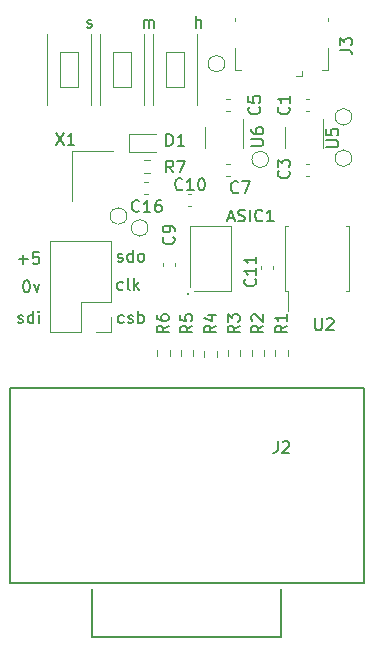
<source format=gbr>
G04 #@! TF.GenerationSoftware,KiCad,Pcbnew,5.1.10-88a1d61d58~88~ubuntu20.04.1*
G04 #@! TF.CreationDate,2021-09-24T12:37:35+02:00*
G04 #@! TF.ProjectId,carrier,63617272-6965-4722-9e6b-696361645f70,0.1*
G04 #@! TF.SameCoordinates,Original*
G04 #@! TF.FileFunction,Legend,Top*
G04 #@! TF.FilePolarity,Positive*
%FSLAX46Y46*%
G04 Gerber Fmt 4.6, Leading zero omitted, Abs format (unit mm)*
G04 Created by KiCad (PCBNEW 5.1.10-88a1d61d58~88~ubuntu20.04.1) date 2021-09-24 12:37:35*
%MOMM*%
%LPD*%
G01*
G04 APERTURE LIST*
%ADD10C,0.150000*%
%ADD11C,0.120000*%
G04 APERTURE END LIST*
D10*
X44360952Y-86404761D02*
X44265714Y-86452380D01*
X44075238Y-86452380D01*
X43980000Y-86404761D01*
X43932380Y-86357142D01*
X43884761Y-86261904D01*
X43884761Y-85976190D01*
X43932380Y-85880952D01*
X43980000Y-85833333D01*
X44075238Y-85785714D01*
X44265714Y-85785714D01*
X44360952Y-85833333D01*
X44741904Y-86404761D02*
X44837142Y-86452380D01*
X45027619Y-86452380D01*
X45122857Y-86404761D01*
X45170476Y-86309523D01*
X45170476Y-86261904D01*
X45122857Y-86166666D01*
X45027619Y-86119047D01*
X44884761Y-86119047D01*
X44789523Y-86071428D01*
X44741904Y-85976190D01*
X44741904Y-85928571D01*
X44789523Y-85833333D01*
X44884761Y-85785714D01*
X45027619Y-85785714D01*
X45122857Y-85833333D01*
X45599047Y-86452380D02*
X45599047Y-85452380D01*
X45599047Y-85833333D02*
X45694285Y-85785714D01*
X45884761Y-85785714D01*
X45980000Y-85833333D01*
X46027619Y-85880952D01*
X46075238Y-85976190D01*
X46075238Y-86261904D01*
X46027619Y-86357142D01*
X45980000Y-86404761D01*
X45884761Y-86452380D01*
X45694285Y-86452380D01*
X45599047Y-86404761D01*
X44301428Y-83604761D02*
X44206190Y-83652380D01*
X44015714Y-83652380D01*
X43920476Y-83604761D01*
X43872857Y-83557142D01*
X43825238Y-83461904D01*
X43825238Y-83176190D01*
X43872857Y-83080952D01*
X43920476Y-83033333D01*
X44015714Y-82985714D01*
X44206190Y-82985714D01*
X44301428Y-83033333D01*
X44872857Y-83652380D02*
X44777619Y-83604761D01*
X44730000Y-83509523D01*
X44730000Y-82652380D01*
X45253809Y-83652380D02*
X45253809Y-82652380D01*
X45349047Y-83271428D02*
X45634761Y-83652380D01*
X45634761Y-82985714D02*
X45253809Y-83366666D01*
X43860952Y-81204761D02*
X43956190Y-81252380D01*
X44146666Y-81252380D01*
X44241904Y-81204761D01*
X44289523Y-81109523D01*
X44289523Y-81061904D01*
X44241904Y-80966666D01*
X44146666Y-80919047D01*
X44003809Y-80919047D01*
X43908571Y-80871428D01*
X43860952Y-80776190D01*
X43860952Y-80728571D01*
X43908571Y-80633333D01*
X44003809Y-80585714D01*
X44146666Y-80585714D01*
X44241904Y-80633333D01*
X45146666Y-81252380D02*
X45146666Y-80252380D01*
X45146666Y-81204761D02*
X45051428Y-81252380D01*
X44860952Y-81252380D01*
X44765714Y-81204761D01*
X44718095Y-81157142D01*
X44670476Y-81061904D01*
X44670476Y-80776190D01*
X44718095Y-80680952D01*
X44765714Y-80633333D01*
X44860952Y-80585714D01*
X45051428Y-80585714D01*
X45146666Y-80633333D01*
X45765714Y-81252380D02*
X45670476Y-81204761D01*
X45622857Y-81157142D01*
X45575238Y-81061904D01*
X45575238Y-80776190D01*
X45622857Y-80680952D01*
X45670476Y-80633333D01*
X45765714Y-80585714D01*
X45908571Y-80585714D01*
X46003809Y-80633333D01*
X46051428Y-80680952D01*
X46099047Y-80776190D01*
X46099047Y-81061904D01*
X46051428Y-81157142D01*
X46003809Y-81204761D01*
X45908571Y-81252380D01*
X45765714Y-81252380D01*
X35425238Y-86404761D02*
X35520476Y-86452380D01*
X35710952Y-86452380D01*
X35806190Y-86404761D01*
X35853809Y-86309523D01*
X35853809Y-86261904D01*
X35806190Y-86166666D01*
X35710952Y-86119047D01*
X35568095Y-86119047D01*
X35472857Y-86071428D01*
X35425238Y-85976190D01*
X35425238Y-85928571D01*
X35472857Y-85833333D01*
X35568095Y-85785714D01*
X35710952Y-85785714D01*
X35806190Y-85833333D01*
X36710952Y-86452380D02*
X36710952Y-85452380D01*
X36710952Y-86404761D02*
X36615714Y-86452380D01*
X36425238Y-86452380D01*
X36330000Y-86404761D01*
X36282380Y-86357142D01*
X36234761Y-86261904D01*
X36234761Y-85976190D01*
X36282380Y-85880952D01*
X36330000Y-85833333D01*
X36425238Y-85785714D01*
X36615714Y-85785714D01*
X36710952Y-85833333D01*
X37187142Y-86452380D02*
X37187142Y-85785714D01*
X37187142Y-85452380D02*
X37139523Y-85500000D01*
X37187142Y-85547619D01*
X37234761Y-85500000D01*
X37187142Y-85452380D01*
X37187142Y-85547619D01*
X36101428Y-82852380D02*
X36196666Y-82852380D01*
X36291904Y-82900000D01*
X36339523Y-82947619D01*
X36387142Y-83042857D01*
X36434761Y-83233333D01*
X36434761Y-83471428D01*
X36387142Y-83661904D01*
X36339523Y-83757142D01*
X36291904Y-83804761D01*
X36196666Y-83852380D01*
X36101428Y-83852380D01*
X36006190Y-83804761D01*
X35958571Y-83757142D01*
X35910952Y-83661904D01*
X35863333Y-83471428D01*
X35863333Y-83233333D01*
X35910952Y-83042857D01*
X35958571Y-82947619D01*
X36006190Y-82900000D01*
X36101428Y-82852380D01*
X36768095Y-83185714D02*
X37006190Y-83852380D01*
X37244285Y-83185714D01*
X35472857Y-81071428D02*
X36234761Y-81071428D01*
X35853809Y-81452380D02*
X35853809Y-80690476D01*
X37187142Y-80452380D02*
X36710952Y-80452380D01*
X36663333Y-80928571D01*
X36710952Y-80880952D01*
X36806190Y-80833333D01*
X37044285Y-80833333D01*
X37139523Y-80880952D01*
X37187142Y-80928571D01*
X37234761Y-81023809D01*
X37234761Y-81261904D01*
X37187142Y-81357142D01*
X37139523Y-81404761D01*
X37044285Y-81452380D01*
X36806190Y-81452380D01*
X36710952Y-81404761D01*
X36663333Y-81357142D01*
X41265714Y-61404761D02*
X41360952Y-61452380D01*
X41551428Y-61452380D01*
X41646666Y-61404761D01*
X41694285Y-61309523D01*
X41694285Y-61261904D01*
X41646666Y-61166666D01*
X41551428Y-61119047D01*
X41408571Y-61119047D01*
X41313333Y-61071428D01*
X41265714Y-60976190D01*
X41265714Y-60928571D01*
X41313333Y-60833333D01*
X41408571Y-60785714D01*
X41551428Y-60785714D01*
X41646666Y-60833333D01*
X46051428Y-61452380D02*
X46051428Y-60785714D01*
X46051428Y-60880952D02*
X46099047Y-60833333D01*
X46194285Y-60785714D01*
X46337142Y-60785714D01*
X46432380Y-60833333D01*
X46480000Y-60928571D01*
X46480000Y-61452380D01*
X46480000Y-60928571D02*
X46527619Y-60833333D01*
X46622857Y-60785714D01*
X46765714Y-60785714D01*
X46860952Y-60833333D01*
X46908571Y-60928571D01*
X46908571Y-61452380D01*
X50515714Y-61452380D02*
X50515714Y-60452380D01*
X50944285Y-61452380D02*
X50944285Y-60928571D01*
X50896666Y-60833333D01*
X50801428Y-60785714D01*
X50658571Y-60785714D01*
X50563333Y-60833333D01*
X50515714Y-60880952D01*
D11*
G04 #@! TO.C,C9*
X48740000Y-81359420D02*
X48740000Y-81640580D01*
X47720000Y-81359420D02*
X47720000Y-81640580D01*
G04 #@! TO.C,C11*
X56028000Y-81918580D02*
X56028000Y-81637420D01*
X57048000Y-81918580D02*
X57048000Y-81637420D01*
G04 #@! TO.C,ASIC1*
X50330000Y-83750000D02*
X53480000Y-83750000D01*
X53480000Y-83750000D02*
X53480000Y-78250000D01*
X53480000Y-78250000D02*
X49980000Y-78250000D01*
X49980000Y-78250000D02*
X49980000Y-83400000D01*
X49730000Y-84000000D02*
X49830000Y-84000000D01*
X49830000Y-84000000D02*
X49830000Y-83900000D01*
X49830000Y-83900000D02*
X49730000Y-83900000D01*
X49730000Y-83900000D02*
X49730000Y-84000000D01*
G04 #@! TO.C,J1*
X43340000Y-87250000D02*
X42010000Y-87250000D01*
X43340000Y-85920000D02*
X43340000Y-87250000D01*
X40740000Y-87250000D02*
X38140000Y-87250000D01*
X40740000Y-84650000D02*
X40740000Y-87250000D01*
X43340000Y-84650000D02*
X40740000Y-84650000D01*
X38140000Y-87250000D02*
X38140000Y-79510000D01*
X43340000Y-84650000D02*
X43340000Y-79510000D01*
X43340000Y-79510000D02*
X38140000Y-79510000D01*
D10*
G04 #@! TO.C,J2*
X57730000Y-113000000D02*
X57730000Y-109000000D01*
X41730000Y-113000000D02*
X57730000Y-113000000D01*
X41730000Y-109000000D02*
X41730000Y-113000000D01*
X34730000Y-108430000D02*
X49730000Y-108430000D01*
X34730000Y-91920000D02*
X34730000Y-108430000D01*
X64730000Y-91920000D02*
X34730000Y-91920000D01*
X64730000Y-108430000D02*
X64730000Y-91920000D01*
X49730000Y-108430000D02*
X64730000Y-108430000D01*
D11*
G04 #@! TO.C,U2*
X58265000Y-83725000D02*
X58265000Y-85400000D01*
X58005000Y-83725000D02*
X58265000Y-83725000D01*
X58005000Y-81000000D02*
X58005000Y-83725000D01*
X58005000Y-78275000D02*
X58265000Y-78275000D01*
X58005000Y-81000000D02*
X58005000Y-78275000D01*
X63455000Y-83725000D02*
X63195000Y-83725000D01*
X63455000Y-81000000D02*
X63455000Y-83725000D01*
X63455000Y-78275000D02*
X63195000Y-78275000D01*
X63455000Y-81000000D02*
X63455000Y-78275000D01*
G04 #@! TO.C,U6*
X54490000Y-71650000D02*
X54490000Y-69200000D01*
X51270000Y-69850000D02*
X51270000Y-71650000D01*
G04 #@! TO.C,U5*
X61240000Y-71650000D02*
X61240000Y-69200000D01*
X58020000Y-69850000D02*
X58020000Y-71650000D01*
G04 #@! TO.C,C7*
X53342779Y-72990000D02*
X53017221Y-72990000D01*
X53342779Y-74010000D02*
X53017221Y-74010000D01*
G04 #@! TO.C,C5*
X53342779Y-67490000D02*
X53017221Y-67490000D01*
X53342779Y-68510000D02*
X53017221Y-68510000D01*
G04 #@! TO.C,C3*
X60092779Y-72990000D02*
X59767221Y-72990000D01*
X60092779Y-74010000D02*
X59767221Y-74010000D01*
G04 #@! TO.C,C1*
X60092779Y-67490000D02*
X59767221Y-67490000D01*
X60092779Y-68510000D02*
X59767221Y-68510000D01*
G04 #@! TO.C,C10*
X50095580Y-75490000D02*
X49814420Y-75490000D01*
X50095580Y-76510000D02*
X49814420Y-76510000D01*
G04 #@! TO.C,C16*
X46114420Y-75510000D02*
X46395580Y-75510000D01*
X46114420Y-74490000D02*
X46395580Y-74490000D01*
G04 #@! TO.C,R1*
X57207500Y-89237258D02*
X57207500Y-88762742D01*
X58252500Y-89237258D02*
X58252500Y-88762742D01*
G04 #@! TO.C,R2*
X56252500Y-89237258D02*
X56252500Y-88762742D01*
X55207500Y-89237258D02*
X55207500Y-88762742D01*
G04 #@! TO.C,R3*
X53207500Y-89237258D02*
X53207500Y-88762742D01*
X54252500Y-89237258D02*
X54252500Y-88762742D01*
G04 #@! TO.C,R4*
X52252500Y-89292259D02*
X52252500Y-88817743D01*
X51207500Y-89292259D02*
X51207500Y-88817743D01*
G04 #@! TO.C,R5*
X49207500Y-89237258D02*
X49207500Y-88762742D01*
X50252500Y-89237258D02*
X50252500Y-88762742D01*
G04 #@! TO.C,R6*
X48252500Y-89237258D02*
X48252500Y-88762742D01*
X47207500Y-89237258D02*
X47207500Y-88762742D01*
G04 #@! TO.C,J3*
X61630000Y-65000000D02*
X61180000Y-65000000D01*
X61630000Y-63150000D02*
X61630000Y-65000000D01*
X53830000Y-60600000D02*
X53830000Y-60850000D01*
X61630000Y-60600000D02*
X61630000Y-60850000D01*
X53830000Y-63150000D02*
X53830000Y-65000000D01*
X53830000Y-65000000D02*
X54280000Y-65000000D01*
X59430000Y-65550000D02*
X58980000Y-65550000D01*
X59430000Y-65550000D02*
X59430000Y-65100000D01*
G04 #@! TO.C,D1*
X47130000Y-70465000D02*
X44845000Y-70465000D01*
X44845000Y-70465000D02*
X44845000Y-71935000D01*
X44845000Y-71935000D02*
X47130000Y-71935000D01*
G04 #@! TO.C,R7*
X46092742Y-72677500D02*
X46567258Y-72677500D01*
X46092742Y-73722500D02*
X46567258Y-73722500D01*
G04 #@! TO.C,SW1*
X50580000Y-62000000D02*
X50580000Y-68000000D01*
X46880000Y-62000000D02*
X46880000Y-68000000D01*
X49480000Y-63500000D02*
X49480000Y-66500000D01*
X49480000Y-66500000D02*
X47980000Y-66500000D01*
X47980000Y-66500000D02*
X47980000Y-63500000D01*
X47980000Y-63500000D02*
X49480000Y-63500000D01*
G04 #@! TO.C,SW2*
X43480000Y-63500000D02*
X44980000Y-63500000D01*
X43480000Y-66500000D02*
X43480000Y-63500000D01*
X44980000Y-66500000D02*
X43480000Y-66500000D01*
X44980000Y-63500000D02*
X44980000Y-66500000D01*
X42380000Y-62000000D02*
X42380000Y-68000000D01*
X46080000Y-62000000D02*
X46080000Y-68000000D01*
G04 #@! TO.C,SW3*
X41580000Y-62000000D02*
X41580000Y-68000000D01*
X37880000Y-62000000D02*
X37880000Y-68000000D01*
X40480000Y-63500000D02*
X40480000Y-66500000D01*
X40480000Y-66500000D02*
X38980000Y-66500000D01*
X38980000Y-66500000D02*
X38980000Y-63500000D01*
X38980000Y-63500000D02*
X40480000Y-63500000D01*
G04 #@! TO.C,X1*
X43480000Y-71900000D02*
X39980000Y-71900000D01*
X39980000Y-71900000D02*
X39980000Y-76100000D01*
G04 #@! TO.C,TP1*
X46430000Y-78400000D02*
G75*
G03*
X46430000Y-78400000I-700000J0D01*
G01*
G04 #@! TO.C,TP6*
X44630000Y-77400000D02*
G75*
G03*
X44630000Y-77400000I-700000J0D01*
G01*
G04 #@! TO.C,TP9*
X63680000Y-72500000D02*
G75*
G03*
X63680000Y-72500000I-700000J0D01*
G01*
G04 #@! TO.C,TP10*
X63680000Y-69000000D02*
G75*
G03*
X63680000Y-69000000I-700000J0D01*
G01*
G04 #@! TO.C,TP11*
X56630000Y-72600000D02*
G75*
G03*
X56630000Y-72600000I-700000J0D01*
G01*
G04 #@! TO.C,TP12*
X52930000Y-64500000D02*
G75*
G03*
X52930000Y-64500000I-700000J0D01*
G01*
G04 #@! TO.C,C9*
D10*
X48587142Y-79166666D02*
X48634761Y-79214285D01*
X48682380Y-79357142D01*
X48682380Y-79452380D01*
X48634761Y-79595238D01*
X48539523Y-79690476D01*
X48444285Y-79738095D01*
X48253809Y-79785714D01*
X48110952Y-79785714D01*
X47920476Y-79738095D01*
X47825238Y-79690476D01*
X47730000Y-79595238D01*
X47682380Y-79452380D01*
X47682380Y-79357142D01*
X47730000Y-79214285D01*
X47777619Y-79166666D01*
X48682380Y-78690476D02*
X48682380Y-78500000D01*
X48634761Y-78404761D01*
X48587142Y-78357142D01*
X48444285Y-78261904D01*
X48253809Y-78214285D01*
X47872857Y-78214285D01*
X47777619Y-78261904D01*
X47730000Y-78309523D01*
X47682380Y-78404761D01*
X47682380Y-78595238D01*
X47730000Y-78690476D01*
X47777619Y-78738095D01*
X47872857Y-78785714D01*
X48110952Y-78785714D01*
X48206190Y-78738095D01*
X48253809Y-78690476D01*
X48301428Y-78595238D01*
X48301428Y-78404761D01*
X48253809Y-78309523D01*
X48206190Y-78261904D01*
X48110952Y-78214285D01*
G04 #@! TO.C,C11*
X55487142Y-82742857D02*
X55534761Y-82790476D01*
X55582380Y-82933333D01*
X55582380Y-83028571D01*
X55534761Y-83171428D01*
X55439523Y-83266666D01*
X55344285Y-83314285D01*
X55153809Y-83361904D01*
X55010952Y-83361904D01*
X54820476Y-83314285D01*
X54725238Y-83266666D01*
X54630000Y-83171428D01*
X54582380Y-83028571D01*
X54582380Y-82933333D01*
X54630000Y-82790476D01*
X54677619Y-82742857D01*
X55582380Y-81790476D02*
X55582380Y-82361904D01*
X55582380Y-82076190D02*
X54582380Y-82076190D01*
X54725238Y-82171428D01*
X54820476Y-82266666D01*
X54868095Y-82361904D01*
X55582380Y-80838095D02*
X55582380Y-81409523D01*
X55582380Y-81123809D02*
X54582380Y-81123809D01*
X54725238Y-81219047D01*
X54820476Y-81314285D01*
X54868095Y-81409523D01*
G04 #@! TO.C,ASIC1*
X53201428Y-77566666D02*
X53677619Y-77566666D01*
X53106190Y-77852380D02*
X53439523Y-76852380D01*
X53772857Y-77852380D01*
X54058571Y-77804761D02*
X54201428Y-77852380D01*
X54439523Y-77852380D01*
X54534761Y-77804761D01*
X54582380Y-77757142D01*
X54630000Y-77661904D01*
X54630000Y-77566666D01*
X54582380Y-77471428D01*
X54534761Y-77423809D01*
X54439523Y-77376190D01*
X54249047Y-77328571D01*
X54153809Y-77280952D01*
X54106190Y-77233333D01*
X54058571Y-77138095D01*
X54058571Y-77042857D01*
X54106190Y-76947619D01*
X54153809Y-76900000D01*
X54249047Y-76852380D01*
X54487142Y-76852380D01*
X54630000Y-76900000D01*
X55058571Y-77852380D02*
X55058571Y-76852380D01*
X56106190Y-77757142D02*
X56058571Y-77804761D01*
X55915714Y-77852380D01*
X55820476Y-77852380D01*
X55677619Y-77804761D01*
X55582380Y-77709523D01*
X55534761Y-77614285D01*
X55487142Y-77423809D01*
X55487142Y-77280952D01*
X55534761Y-77090476D01*
X55582380Y-76995238D01*
X55677619Y-76900000D01*
X55820476Y-76852380D01*
X55915714Y-76852380D01*
X56058571Y-76900000D01*
X56106190Y-76947619D01*
X57058571Y-77852380D02*
X56487142Y-77852380D01*
X56772857Y-77852380D02*
X56772857Y-76852380D01*
X56677619Y-76995238D01*
X56582380Y-77090476D01*
X56487142Y-77138095D01*
G04 #@! TO.C,J2*
X57396666Y-96452380D02*
X57396666Y-97166666D01*
X57349047Y-97309523D01*
X57253809Y-97404761D01*
X57110952Y-97452380D01*
X57015714Y-97452380D01*
X57825238Y-96547619D02*
X57872857Y-96500000D01*
X57968095Y-96452380D01*
X58206190Y-96452380D01*
X58301428Y-96500000D01*
X58349047Y-96547619D01*
X58396666Y-96642857D01*
X58396666Y-96738095D01*
X58349047Y-96880952D01*
X57777619Y-97452380D01*
X58396666Y-97452380D01*
G04 #@! TO.C,U2*
X60568095Y-86052380D02*
X60568095Y-86861904D01*
X60615714Y-86957142D01*
X60663333Y-87004761D01*
X60758571Y-87052380D01*
X60949047Y-87052380D01*
X61044285Y-87004761D01*
X61091904Y-86957142D01*
X61139523Y-86861904D01*
X61139523Y-86052380D01*
X61568095Y-86147619D02*
X61615714Y-86100000D01*
X61710952Y-86052380D01*
X61949047Y-86052380D01*
X62044285Y-86100000D01*
X62091904Y-86147619D01*
X62139523Y-86242857D01*
X62139523Y-86338095D01*
X62091904Y-86480952D01*
X61520476Y-87052380D01*
X62139523Y-87052380D01*
G04 #@! TO.C,U6*
X55182380Y-71461904D02*
X55991904Y-71461904D01*
X56087142Y-71414285D01*
X56134761Y-71366666D01*
X56182380Y-71271428D01*
X56182380Y-71080952D01*
X56134761Y-70985714D01*
X56087142Y-70938095D01*
X55991904Y-70890476D01*
X55182380Y-70890476D01*
X55182380Y-69985714D02*
X55182380Y-70176190D01*
X55230000Y-70271428D01*
X55277619Y-70319047D01*
X55420476Y-70414285D01*
X55610952Y-70461904D01*
X55991904Y-70461904D01*
X56087142Y-70414285D01*
X56134761Y-70366666D01*
X56182380Y-70271428D01*
X56182380Y-70080952D01*
X56134761Y-69985714D01*
X56087142Y-69938095D01*
X55991904Y-69890476D01*
X55753809Y-69890476D01*
X55658571Y-69938095D01*
X55610952Y-69985714D01*
X55563333Y-70080952D01*
X55563333Y-70271428D01*
X55610952Y-70366666D01*
X55658571Y-70414285D01*
X55753809Y-70461904D01*
G04 #@! TO.C,U5*
X61532380Y-71561904D02*
X62341904Y-71561904D01*
X62437142Y-71514285D01*
X62484761Y-71466666D01*
X62532380Y-71371428D01*
X62532380Y-71180952D01*
X62484761Y-71085714D01*
X62437142Y-71038095D01*
X62341904Y-70990476D01*
X61532380Y-70990476D01*
X61532380Y-70038095D02*
X61532380Y-70514285D01*
X62008571Y-70561904D01*
X61960952Y-70514285D01*
X61913333Y-70419047D01*
X61913333Y-70180952D01*
X61960952Y-70085714D01*
X62008571Y-70038095D01*
X62103809Y-69990476D01*
X62341904Y-69990476D01*
X62437142Y-70038095D01*
X62484761Y-70085714D01*
X62532380Y-70180952D01*
X62532380Y-70419047D01*
X62484761Y-70514285D01*
X62437142Y-70561904D01*
G04 #@! TO.C,C7*
X54063333Y-75357142D02*
X54015714Y-75404761D01*
X53872857Y-75452380D01*
X53777619Y-75452380D01*
X53634761Y-75404761D01*
X53539523Y-75309523D01*
X53491904Y-75214285D01*
X53444285Y-75023809D01*
X53444285Y-74880952D01*
X53491904Y-74690476D01*
X53539523Y-74595238D01*
X53634761Y-74500000D01*
X53777619Y-74452380D01*
X53872857Y-74452380D01*
X54015714Y-74500000D01*
X54063333Y-74547619D01*
X54396666Y-74452380D02*
X55063333Y-74452380D01*
X54634761Y-75452380D01*
G04 #@! TO.C,C5*
X55837142Y-68166666D02*
X55884761Y-68214285D01*
X55932380Y-68357142D01*
X55932380Y-68452380D01*
X55884761Y-68595238D01*
X55789523Y-68690476D01*
X55694285Y-68738095D01*
X55503809Y-68785714D01*
X55360952Y-68785714D01*
X55170476Y-68738095D01*
X55075238Y-68690476D01*
X54980000Y-68595238D01*
X54932380Y-68452380D01*
X54932380Y-68357142D01*
X54980000Y-68214285D01*
X55027619Y-68166666D01*
X54932380Y-67261904D02*
X54932380Y-67738095D01*
X55408571Y-67785714D01*
X55360952Y-67738095D01*
X55313333Y-67642857D01*
X55313333Y-67404761D01*
X55360952Y-67309523D01*
X55408571Y-67261904D01*
X55503809Y-67214285D01*
X55741904Y-67214285D01*
X55837142Y-67261904D01*
X55884761Y-67309523D01*
X55932380Y-67404761D01*
X55932380Y-67642857D01*
X55884761Y-67738095D01*
X55837142Y-67785714D01*
G04 #@! TO.C,C3*
X58337142Y-73566666D02*
X58384761Y-73614285D01*
X58432380Y-73757142D01*
X58432380Y-73852380D01*
X58384761Y-73995238D01*
X58289523Y-74090476D01*
X58194285Y-74138095D01*
X58003809Y-74185714D01*
X57860952Y-74185714D01*
X57670476Y-74138095D01*
X57575238Y-74090476D01*
X57480000Y-73995238D01*
X57432380Y-73852380D01*
X57432380Y-73757142D01*
X57480000Y-73614285D01*
X57527619Y-73566666D01*
X57432380Y-73233333D02*
X57432380Y-72614285D01*
X57813333Y-72947619D01*
X57813333Y-72804761D01*
X57860952Y-72709523D01*
X57908571Y-72661904D01*
X58003809Y-72614285D01*
X58241904Y-72614285D01*
X58337142Y-72661904D01*
X58384761Y-72709523D01*
X58432380Y-72804761D01*
X58432380Y-73090476D01*
X58384761Y-73185714D01*
X58337142Y-73233333D01*
G04 #@! TO.C,C1*
X58337142Y-68166666D02*
X58384761Y-68214285D01*
X58432380Y-68357142D01*
X58432380Y-68452380D01*
X58384761Y-68595238D01*
X58289523Y-68690476D01*
X58194285Y-68738095D01*
X58003809Y-68785714D01*
X57860952Y-68785714D01*
X57670476Y-68738095D01*
X57575238Y-68690476D01*
X57480000Y-68595238D01*
X57432380Y-68452380D01*
X57432380Y-68357142D01*
X57480000Y-68214285D01*
X57527619Y-68166666D01*
X58432380Y-67214285D02*
X58432380Y-67785714D01*
X58432380Y-67500000D02*
X57432380Y-67500000D01*
X57575238Y-67595238D01*
X57670476Y-67690476D01*
X57718095Y-67785714D01*
G04 #@! TO.C,C10*
X49337142Y-75107142D02*
X49289523Y-75154761D01*
X49146666Y-75202380D01*
X49051428Y-75202380D01*
X48908571Y-75154761D01*
X48813333Y-75059523D01*
X48765714Y-74964285D01*
X48718095Y-74773809D01*
X48718095Y-74630952D01*
X48765714Y-74440476D01*
X48813333Y-74345238D01*
X48908571Y-74250000D01*
X49051428Y-74202380D01*
X49146666Y-74202380D01*
X49289523Y-74250000D01*
X49337142Y-74297619D01*
X50289523Y-75202380D02*
X49718095Y-75202380D01*
X50003809Y-75202380D02*
X50003809Y-74202380D01*
X49908571Y-74345238D01*
X49813333Y-74440476D01*
X49718095Y-74488095D01*
X50908571Y-74202380D02*
X51003809Y-74202380D01*
X51099047Y-74250000D01*
X51146666Y-74297619D01*
X51194285Y-74392857D01*
X51241904Y-74583333D01*
X51241904Y-74821428D01*
X51194285Y-75011904D01*
X51146666Y-75107142D01*
X51099047Y-75154761D01*
X51003809Y-75202380D01*
X50908571Y-75202380D01*
X50813333Y-75154761D01*
X50765714Y-75107142D01*
X50718095Y-75011904D01*
X50670476Y-74821428D01*
X50670476Y-74583333D01*
X50718095Y-74392857D01*
X50765714Y-74297619D01*
X50813333Y-74250000D01*
X50908571Y-74202380D01*
G04 #@! TO.C,C16*
X45687142Y-76957142D02*
X45639523Y-77004761D01*
X45496666Y-77052380D01*
X45401428Y-77052380D01*
X45258571Y-77004761D01*
X45163333Y-76909523D01*
X45115714Y-76814285D01*
X45068095Y-76623809D01*
X45068095Y-76480952D01*
X45115714Y-76290476D01*
X45163333Y-76195238D01*
X45258571Y-76100000D01*
X45401428Y-76052380D01*
X45496666Y-76052380D01*
X45639523Y-76100000D01*
X45687142Y-76147619D01*
X46639523Y-77052380D02*
X46068095Y-77052380D01*
X46353809Y-77052380D02*
X46353809Y-76052380D01*
X46258571Y-76195238D01*
X46163333Y-76290476D01*
X46068095Y-76338095D01*
X47496666Y-76052380D02*
X47306190Y-76052380D01*
X47210952Y-76100000D01*
X47163333Y-76147619D01*
X47068095Y-76290476D01*
X47020476Y-76480952D01*
X47020476Y-76861904D01*
X47068095Y-76957142D01*
X47115714Y-77004761D01*
X47210952Y-77052380D01*
X47401428Y-77052380D01*
X47496666Y-77004761D01*
X47544285Y-76957142D01*
X47591904Y-76861904D01*
X47591904Y-76623809D01*
X47544285Y-76528571D01*
X47496666Y-76480952D01*
X47401428Y-76433333D01*
X47210952Y-76433333D01*
X47115714Y-76480952D01*
X47068095Y-76528571D01*
X47020476Y-76623809D01*
G04 #@! TO.C,R1*
X58182380Y-86666666D02*
X57706190Y-87000000D01*
X58182380Y-87238095D02*
X57182380Y-87238095D01*
X57182380Y-86857142D01*
X57230000Y-86761904D01*
X57277619Y-86714285D01*
X57372857Y-86666666D01*
X57515714Y-86666666D01*
X57610952Y-86714285D01*
X57658571Y-86761904D01*
X57706190Y-86857142D01*
X57706190Y-87238095D01*
X58182380Y-85714285D02*
X58182380Y-86285714D01*
X58182380Y-86000000D02*
X57182380Y-86000000D01*
X57325238Y-86095238D01*
X57420476Y-86190476D01*
X57468095Y-86285714D01*
G04 #@! TO.C,R2*
X56182380Y-86666666D02*
X55706190Y-87000000D01*
X56182380Y-87238095D02*
X55182380Y-87238095D01*
X55182380Y-86857142D01*
X55230000Y-86761904D01*
X55277619Y-86714285D01*
X55372857Y-86666666D01*
X55515714Y-86666666D01*
X55610952Y-86714285D01*
X55658571Y-86761904D01*
X55706190Y-86857142D01*
X55706190Y-87238095D01*
X55277619Y-86285714D02*
X55230000Y-86238095D01*
X55182380Y-86142857D01*
X55182380Y-85904761D01*
X55230000Y-85809523D01*
X55277619Y-85761904D01*
X55372857Y-85714285D01*
X55468095Y-85714285D01*
X55610952Y-85761904D01*
X56182380Y-86333333D01*
X56182380Y-85714285D01*
G04 #@! TO.C,R3*
X54182380Y-86666666D02*
X53706190Y-87000000D01*
X54182380Y-87238095D02*
X53182380Y-87238095D01*
X53182380Y-86857142D01*
X53230000Y-86761904D01*
X53277619Y-86714285D01*
X53372857Y-86666666D01*
X53515714Y-86666666D01*
X53610952Y-86714285D01*
X53658571Y-86761904D01*
X53706190Y-86857142D01*
X53706190Y-87238095D01*
X53182380Y-86333333D02*
X53182380Y-85714285D01*
X53563333Y-86047619D01*
X53563333Y-85904761D01*
X53610952Y-85809523D01*
X53658571Y-85761904D01*
X53753809Y-85714285D01*
X53991904Y-85714285D01*
X54087142Y-85761904D01*
X54134761Y-85809523D01*
X54182380Y-85904761D01*
X54182380Y-86190476D01*
X54134761Y-86285714D01*
X54087142Y-86333333D01*
G04 #@! TO.C,R4*
X52182380Y-86666666D02*
X51706190Y-87000000D01*
X52182380Y-87238095D02*
X51182380Y-87238095D01*
X51182380Y-86857142D01*
X51230000Y-86761904D01*
X51277619Y-86714285D01*
X51372857Y-86666666D01*
X51515714Y-86666666D01*
X51610952Y-86714285D01*
X51658571Y-86761904D01*
X51706190Y-86857142D01*
X51706190Y-87238095D01*
X51515714Y-85809523D02*
X52182380Y-85809523D01*
X51134761Y-86047619D02*
X51849047Y-86285714D01*
X51849047Y-85666666D01*
G04 #@! TO.C,R5*
X50182380Y-86666666D02*
X49706190Y-87000000D01*
X50182380Y-87238095D02*
X49182380Y-87238095D01*
X49182380Y-86857142D01*
X49230000Y-86761904D01*
X49277619Y-86714285D01*
X49372857Y-86666666D01*
X49515714Y-86666666D01*
X49610952Y-86714285D01*
X49658571Y-86761904D01*
X49706190Y-86857142D01*
X49706190Y-87238095D01*
X49182380Y-85761904D02*
X49182380Y-86238095D01*
X49658571Y-86285714D01*
X49610952Y-86238095D01*
X49563333Y-86142857D01*
X49563333Y-85904761D01*
X49610952Y-85809523D01*
X49658571Y-85761904D01*
X49753809Y-85714285D01*
X49991904Y-85714285D01*
X50087142Y-85761904D01*
X50134761Y-85809523D01*
X50182380Y-85904761D01*
X50182380Y-86142857D01*
X50134761Y-86238095D01*
X50087142Y-86285714D01*
G04 #@! TO.C,R6*
X48182380Y-86666666D02*
X47706190Y-87000000D01*
X48182380Y-87238095D02*
X47182380Y-87238095D01*
X47182380Y-86857142D01*
X47230000Y-86761904D01*
X47277619Y-86714285D01*
X47372857Y-86666666D01*
X47515714Y-86666666D01*
X47610952Y-86714285D01*
X47658571Y-86761904D01*
X47706190Y-86857142D01*
X47706190Y-87238095D01*
X47182380Y-85809523D02*
X47182380Y-86000000D01*
X47230000Y-86095238D01*
X47277619Y-86142857D01*
X47420476Y-86238095D01*
X47610952Y-86285714D01*
X47991904Y-86285714D01*
X48087142Y-86238095D01*
X48134761Y-86190476D01*
X48182380Y-86095238D01*
X48182380Y-85904761D01*
X48134761Y-85809523D01*
X48087142Y-85761904D01*
X47991904Y-85714285D01*
X47753809Y-85714285D01*
X47658571Y-85761904D01*
X47610952Y-85809523D01*
X47563333Y-85904761D01*
X47563333Y-86095238D01*
X47610952Y-86190476D01*
X47658571Y-86238095D01*
X47753809Y-86285714D01*
G04 #@! TO.C,J3*
X62682380Y-63333333D02*
X63396666Y-63333333D01*
X63539523Y-63380952D01*
X63634761Y-63476190D01*
X63682380Y-63619047D01*
X63682380Y-63714285D01*
X62682380Y-62952380D02*
X62682380Y-62333333D01*
X63063333Y-62666666D01*
X63063333Y-62523809D01*
X63110952Y-62428571D01*
X63158571Y-62380952D01*
X63253809Y-62333333D01*
X63491904Y-62333333D01*
X63587142Y-62380952D01*
X63634761Y-62428571D01*
X63682380Y-62523809D01*
X63682380Y-62809523D01*
X63634761Y-62904761D01*
X63587142Y-62952380D01*
G04 #@! TO.C,D1*
X47991904Y-71452380D02*
X47991904Y-70452380D01*
X48230000Y-70452380D01*
X48372857Y-70500000D01*
X48468095Y-70595238D01*
X48515714Y-70690476D01*
X48563333Y-70880952D01*
X48563333Y-71023809D01*
X48515714Y-71214285D01*
X48468095Y-71309523D01*
X48372857Y-71404761D01*
X48230000Y-71452380D01*
X47991904Y-71452380D01*
X49515714Y-71452380D02*
X48944285Y-71452380D01*
X49230000Y-71452380D02*
X49230000Y-70452380D01*
X49134761Y-70595238D01*
X49039523Y-70690476D01*
X48944285Y-70738095D01*
G04 #@! TO.C,R7*
X48563333Y-73702380D02*
X48230000Y-73226190D01*
X47991904Y-73702380D02*
X47991904Y-72702380D01*
X48372857Y-72702380D01*
X48468095Y-72750000D01*
X48515714Y-72797619D01*
X48563333Y-72892857D01*
X48563333Y-73035714D01*
X48515714Y-73130952D01*
X48468095Y-73178571D01*
X48372857Y-73226190D01*
X47991904Y-73226190D01*
X48896666Y-72702380D02*
X49563333Y-72702380D01*
X49134761Y-73702380D01*
G04 #@! TO.C,X1*
X38620476Y-70352380D02*
X39287142Y-71352380D01*
X39287142Y-70352380D02*
X38620476Y-71352380D01*
X40191904Y-71352380D02*
X39620476Y-71352380D01*
X39906190Y-71352380D02*
X39906190Y-70352380D01*
X39810952Y-70495238D01*
X39715714Y-70590476D01*
X39620476Y-70638095D01*
G04 #@! TD*
M02*

</source>
